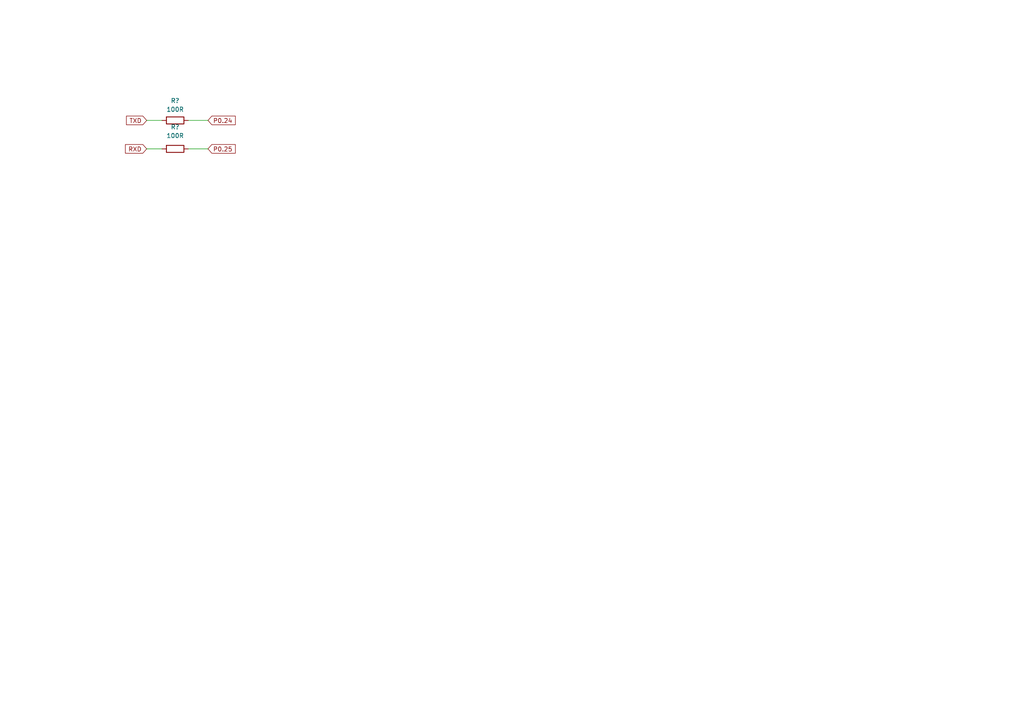
<source format=kicad_sch>
(kicad_sch (version 20211123) (generator eeschema)
  (paper "A4")
  (lib_symbols
    (symbol "Device:R" (pin_numbers hide) (pin_names (offset 0))
      (property "Reference" "R" (at 2.032 0 90))
      (property "Value" "R" (at 0 0 90))
      (symbol "R_0_1"
        (rectangle (start -1.016 -2.54) (end 1.016 2.54) (stroke (width 0.254)))
      )
      (symbol "R_1_1"
        (pin passive line (at 0 3.81 270) (length 1.27) (name "~") (number "1"))
        (pin passive line (at 0 -3.81 90) (length 1.27) (name "~") (number "2"))
      )
    )
  )
  (wire (pts (xy 60.325 43.18) (xy 54.61 43.18)))
  (wire (pts (xy 60.325 34.925) (xy 54.61 34.925)))
  (wire (pts (xy 42.545 43.18) (xy 46.99 43.18)))
  (wire (pts (xy 42.545 34.925) (xy 46.99 34.925)))
  (global_label "P0.25" (shape input) (at 60.325 43.18 0) (property "Intersheet References" "${INTERSHEET_REFS}" (effects hide)))
  (global_label "P0.24" (shape input) (at 60.325 34.925 0) (property "Intersheet References" "${INTERSHEET_REFS}" (effects hide)))
  (global_label "RXD" (shape input) (at 42.545 43.18 180) (property "Intersheet References" "${INTERSHEET_REFS}" (effects hide)))
  (global_label "TXD" (shape input) (at 42.545 34.925 180) (property "Intersheet References" "${INTERSHEET_REFS}" (effects hide)))
  (symbol (lib_id "Device:R") (at 50.8 43.18 90) (unit 1)
    (property "Reference" "R?" (at 50.8 36.83 90))
    (property "Value" "100R" (at 50.8 39.37 90))
  )
  (symbol (lib_id "Device:R") (at 50.8 34.925 90) (unit 1)
    (property "Reference" "R?" (at 50.8 29.21 90))
    (property "Value" "100R" (at 50.8 31.75 90))
  )
)
</source>
